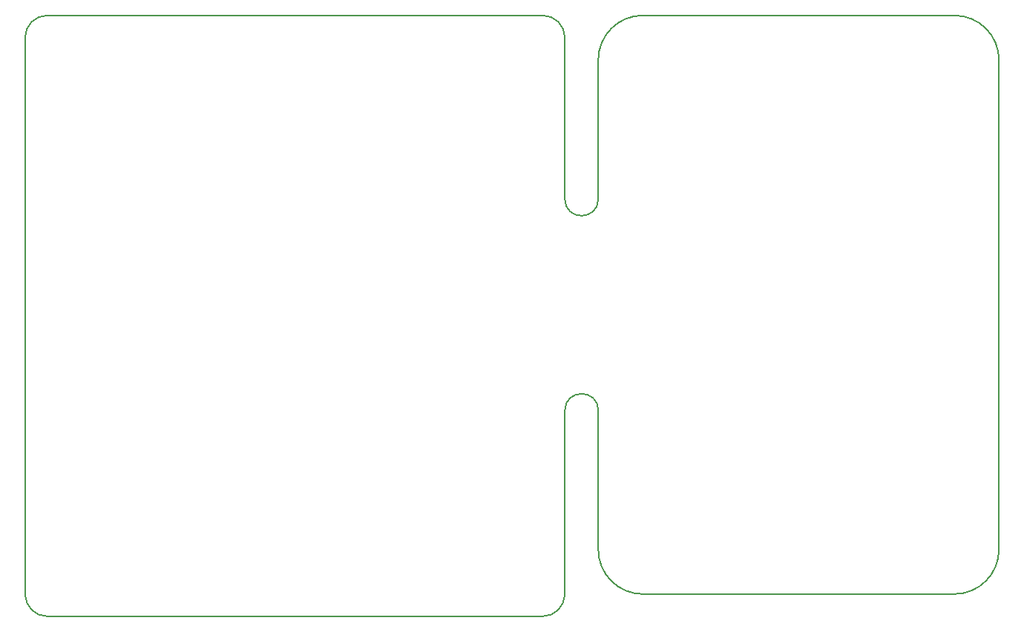
<source format=gm1>
G04 #@! TF.GenerationSoftware,KiCad,Pcbnew,5.0.0-rc2-dev-unknown-r12463-620c2af3*
G04 #@! TF.CreationDate,2018-03-22T22:12:43+01:00*
G04 #@! TF.ProjectId,bela-cape2,62656C612D63617065322E6B69636164,rev?*
G04 #@! TF.SameCoordinates,Original*
G04 #@! TF.FileFunction,Profile,NP*
%FSLAX46Y46*%
G04 Gerber Fmt 4.6, Leading zero omitted, Abs format (unit mm)*
G04 Created by KiCad (PCBNEW 5.0.0-rc2-dev-unknown-r12463-620c2af3) date Thu Mar 22 22:12:43 2018*
%MOMM*%
%LPD*%
G01*
G04 APERTURE LIST*
%ADD10C,0.150000*%
%ADD11C,0.200000*%
G04 APERTURE END LIST*
D10*
X147320000Y-124460000D02*
G75*
G02X144780000Y-127000000I-2540000J0D01*
G01*
X88265000Y-127000000D02*
G75*
G02X85725000Y-124460000I0J2540000D01*
G01*
X85725000Y-60960000D02*
G75*
G02X88265000Y-58420000I2540000J0D01*
G01*
X144780000Y-58420000D02*
G75*
G02X147320000Y-60960000I0J-2540000D01*
G01*
X151130000Y-63500000D02*
X151130000Y-79375000D01*
X151130000Y-79375000D02*
G75*
G02X147320000Y-79375000I-1905000J0D01*
G01*
X191770000Y-58420000D02*
X156210000Y-58420000D01*
X196850000Y-119380000D02*
X196850000Y-63500000D01*
X151130000Y-103505000D02*
X151130000Y-119380000D01*
X147320000Y-103505000D02*
G75*
G02X151130000Y-103505000I1905000J0D01*
G01*
X147320000Y-103505000D02*
X147320000Y-124460000D01*
X191770000Y-124460000D02*
X156210000Y-124460000D01*
D11*
X156210000Y-124460000D02*
G75*
G02X151130000Y-119380000I0J5080000D01*
G01*
X196850000Y-119380000D02*
G75*
G02X191770000Y-124460000I-5080000J0D01*
G01*
X191770000Y-58420000D02*
G75*
G02X196850000Y-63500000I0J-5080000D01*
G01*
X151130000Y-63500000D02*
G75*
G02X156210000Y-58420000I5080000J0D01*
G01*
D10*
X144780000Y-58420000D02*
X88265000Y-58420000D01*
X147320000Y-79375000D02*
X147320000Y-60960000D01*
X85725000Y-124460000D02*
X85725000Y-60960000D01*
X144780000Y-127000000D02*
X88265000Y-127000000D01*
X147320000Y-124460000D02*
X147320000Y-124460000D01*
M02*

</source>
